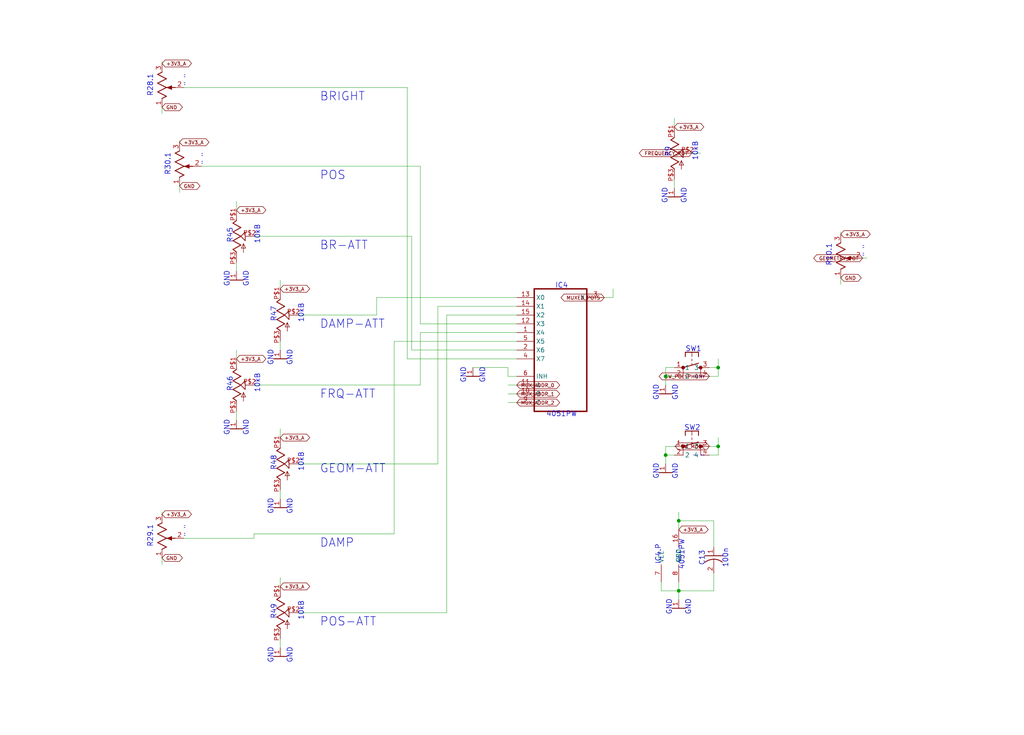
<source format=kicad_sch>
(kicad_sch (version 20231120) (generator "eeschema") (generator_version "8.0")
  (paper "User" 297.002 213.309)
  (lib_symbols
    (symbol "rangoon-eagle-import:4051PW"
      (symbol "4051PW_1_0"
        (polyline (pts (xy -7.62 -17.78) (xy 7.62 -17.78)) (stroke (width 0.406)))
        (polyline (pts (xy -7.62 17.78) (xy -7.62 -17.78)) (stroke (width 0.406)))
        (polyline (pts (xy 7.62 -17.78) (xy 7.62 17.78)) (stroke (width 0.406)))
        (polyline (pts (xy 7.62 17.78) (xy -7.62 17.78)) (stroke (width 0.406)))
        (pin bidirectional line (at -12.7 5.08 0) (length 5.08) (name "X4") (number "1"))
        (pin input line (at -12.7 -12.7 0) (length 5.08) (name "B") (number "10"))
        (pin input line (at -12.7 -10.16 0) (length 5.08) (name "A") (number "11"))
        (pin bidirectional line (at -12.7 7.62 0) (length 5.08) (name "X3") (number "12"))
        (pin bidirectional line (at -12.7 15.24 0) (length 5.08) (name "X0") (number "13"))
        (pin bidirectional line (at -12.7 12.7 0) (length 5.08) (name "X1") (number "14"))
        (pin bidirectional line (at -12.7 10.16 0) (length 5.08) (name "X2") (number "15"))
        (pin bidirectional line (at -12.7 0 0) (length 5.08) (name "X6") (number "2"))
        (pin bidirectional line (at 12.7 15.24 180) (length 5.08) (name "X") (number "3"))
        (pin bidirectional line (at -12.7 -2.54 0) (length 5.08) (name "X7") (number "4"))
        (pin bidirectional line (at -12.7 2.54 0) (length 5.08) (name "X5") (number "5"))
        (pin input line (at -12.7 -7.62 0) (length 5.08) (name "INH") (number "6"))
        (pin input line (at -12.7 -15.24 0) (length 5.08) (name "C") (number "9"))
      )
      (symbol "4051PW_2_0"
        (pin power_in line (at 2.54 7.62 270) (length 5.08) (name "VCC") (number "16"))
        (pin power_in line (at -2.54 -7.62 90) (length 5.08) (name "VEE") (number "7"))
        (pin power_in line (at 2.54 -7.62 90) (length 5.08) (name "GND") (number "8"))
      )
    )
    (symbol "rangoon-eagle-import:BOURNS_PTL_LED_SLIDE_POT"
      (symbol "BOURNS_PTL_LED_SLIDE_POT_1_0"
        (polyline (pts (xy -3.175 0) (xy -2.54 -1.27)) (stroke (width 0.25)))
        (polyline (pts (xy -2.54 -1.27) (xy -1.27 1.27)) (stroke (width 0.25)))
        (polyline (pts (xy -1.27 1.27) (xy 0 -1.27)) (stroke (width 0.25)))
        (polyline (pts (xy 0 -3.81) (xy 0 -1.27)) (stroke (width 0.25)))
        (polyline (pts (xy 0 -1.27) (xy 1.27 1.27)) (stroke (width 0.25)))
        (polyline (pts (xy 1.27 1.27) (xy 2.54 -1.27)) (stroke (width 0.25)))
        (polyline (pts (xy 2.54 -1.27) (xy 3.81 1.27)) (stroke (width 0.25)))
        (polyline (pts (xy 3.81 1.27) (xy 4.445 0)) (stroke (width 0.25)))
        (polyline (pts (xy 0 -1.27) (xy -0.635 -2.857) (xy 0.635 -2.857)) (stroke (width 0.002)) (fill (type outline)))
        (pin passive line (at -5.715 0 0) (length 2.54) (name "CCW") (number "1"))
        (pin passive line (at 0 -6.35 90) (length 2.54) (name "W") (number "2"))
        (pin passive line (at 6.985 0 180) (length 2.54) (name "CW") (number "3"))
      )
      (symbol "BOURNS_PTL_LED_SLIDE_POT_2_0"
        (polyline (pts (xy -2.54 -0.006) (xy -3.81 -0.006)) (stroke (width 0.25)))
        (polyline (pts (xy -2.381 0.073) (xy -2.334 0.552)) (stroke (width 0.25)))
        (polyline (pts (xy -2.334 -0.406) (xy -2.381 0.073)) (stroke (width 0.25)))
        (polyline (pts (xy -2.334 0.552) (xy -2.196 1.009)) (stroke (width 0.25)))
        (polyline (pts (xy -2.196 -0.863) (xy -2.334 -0.406)) (stroke (width 0.25)))
        (polyline (pts (xy -2.196 1.009) (xy -1.972 1.426)) (stroke (width 0.25)))
        (polyline (pts (xy -1.972 -1.28) (xy -2.196 -0.863)) (stroke (width 0.25)))
        (polyline (pts (xy -1.972 1.426) (xy -1.672 1.784)) (stroke (width 0.25)))
        (polyline (pts (xy -1.672 -1.638) (xy -1.972 -1.28)) (stroke (width 0.25)))
        (polyline (pts (xy -1.672 1.784) (xy -1.31 2.067)) (stroke (width 0.25)))
        (polyline (pts (xy -1.588 -1.276) (xy 1.111 -0.006)) (stroke (width 0.25)))
        (polyline (pts (xy -1.588 1.264) (xy -1.588 -1.276)) (stroke (width 0.25)))
        (polyline (pts (xy -1.31 -1.92) (xy -1.672 -1.638)) (stroke (width 0.25)))
        (polyline (pts (xy -1.31 2.067) (xy -0.9 2.262)) (stroke (width 0.25)))
        (polyline (pts (xy -1.27 3.327) (xy -0.832 4.057)) (stroke (width 0.25)))
        (polyline (pts (xy -0.9 -2.116) (xy -1.31 -1.92)) (stroke (width 0.25)))
        (polyline (pts (xy -0.9 2.262) (xy -0.462 2.362)) (stroke (width 0.25)))
        (polyline (pts (xy -0.462 -2.216) (xy -0.9 -2.116)) (stroke (width 0.25)))
        (polyline (pts (xy -0.462 2.362) (xy -0.014 2.362)) (stroke (width 0.25)))
        (polyline (pts (xy -0.014 -2.216) (xy -0.462 -2.216)) (stroke (width 0.25)))
        (polyline (pts (xy -0.014 2.362) (xy 0.424 2.262)) (stroke (width 0.25)))
        (polyline (pts (xy 0.424 -2.116) (xy -0.014 -2.216)) (stroke (width 0.25)))
        (polyline (pts (xy 0.424 2.262) (xy 0.833 2.067)) (stroke (width 0.25)))
        (polyline (pts (xy 0.476 3.486) (xy 0.74 3.908)) (stroke (width 0.25)))
        (polyline (pts (xy 0.833 -1.92) (xy 0.424 -2.116)) (stroke (width 0.25)))
        (polyline (pts (xy 0.833 2.067) (xy 1.196 1.784)) (stroke (width 0.25)))
        (polyline (pts (xy 0.952 1.422) (xy 0.952 -1.435)) (stroke (width 0.25)))
        (polyline (pts (xy 1.111 -0.006) (xy -1.429 1.264)) (stroke (width 0.25)))
        (polyline (pts (xy 1.196 -1.638) (xy 0.833 -1.92)) (stroke (width 0.25)))
        (polyline (pts (xy 1.196 1.784) (xy 1.496 1.426)) (stroke (width 0.25)))
        (polyline (pts (xy 1.496 -1.28) (xy 1.196 -1.638)) (stroke (width 0.25)))
        (polyline (pts (xy 1.496 1.426) (xy 1.72 1.009)) (stroke (width 0.25)))
        (polyline (pts (xy 1.72 -0.863) (xy 1.496 -1.28)) (stroke (width 0.25)))
        (polyline (pts (xy 1.72 1.009) (xy 1.858 0.552)) (stroke (width 0.25)))
        (polyline (pts (xy 1.858 -0.406) (xy 1.72 -0.863)) (stroke (width 0.25)))
        (polyline (pts (xy 1.858 0.552) (xy 1.905 0.073)) (stroke (width 0.25)))
        (polyline (pts (xy 1.905 -0.006) (xy 3.651 -0.006)) (stroke (width 0.25)))
        (polyline (pts (xy 1.905 0.073) (xy 1.858 -0.406)) (stroke (width 0.25)))
        (polyline (pts (xy -0.317 4.915) (xy -1.046 4.186) (xy -0.618 3.929)) (stroke (width 0.002)) (fill (type outline)))
        (polyline (pts (xy 1.27 4.756) (xy 0.528 4.041) (xy 0.952 3.776)) (stroke (width 0.002)) (fill (type outline)))
        (pin power_in line (at -6.668 -0.006 0) (length 2.54) (name "gnd@1") (number "5"))
        (pin power_in line (at 6.35 -0.006 180) (length 2.54) (name "gnd@2") (number "6"))
      )
    )
    (symbol "rangoon-eagle-import:C-USC0603_3"
      (symbol "C-USC0603_3_1_0"
        (polyline (pts (xy -2.54 1.27) (xy 2.54 1.27)) (stroke (width 0.254)))
        (polyline (pts (xy 0 0.254) (xy 0 -1.27)) (stroke (width 0.152)))
        (arc (start 0 0.254) (mid -1.3021 0.0399) (end -2.467 -0.58) (stroke (width 0.254)))
        (arc (start 2.489 -0.584) (mid 1.3157 0.0506) (end 0 0.2701) (stroke (width 0.254)))
        (pin passive line (at 0 3.81 270) (length 2.54) (name "1") (number "1"))
        (pin passive line (at 0 -3.81 90) (length 2.54) (name "2") (number "2"))
      )
    )
    (symbol "rangoon-eagle-import:GND" (power)
      (symbol "GND_1_0"
        (polyline (pts (xy -1.905 0) (xy 1.905 0)) (stroke (width 0.254)))
        (pin power_in line (at 0 2.54 270) (length 2.54) (name "GND") (number "1"))
      )
    )
    (symbol "rangoon-eagle-import:POT_USVERTICAL"
      (symbol "POT_USVERTICAL_1_0"
        (polyline (pts (xy -1.841 -3.81) (xy 0.444 -2.54)) (stroke (width 0.254)))
        (polyline (pts (xy -1.841 -1.27) (xy 0.444 0)) (stroke (width 0.254)))
        (polyline (pts (xy -1.841 1.27) (xy 0.444 2.54)) (stroke (width 0.254)))
        (polyline (pts (xy -1.841 3.81) (xy -0.826 4.572)) (stroke (width 0.254)))
        (polyline (pts (xy -0.826 -5.08) (xy -0.826 -4.572)) (stroke (width 0.152)))
        (polyline (pts (xy -0.826 -4.572) (xy -1.841 -3.81)) (stroke (width 0.254)))
        (polyline (pts (xy -0.826 4.572) (xy -0.826 5.08)) (stroke (width 0.152)))
        (polyline (pts (xy 0.444 -2.54) (xy -1.841 -1.27)) (stroke (width 0.254)))
        (polyline (pts (xy 0.444 0) (xy -1.841 1.27)) (stroke (width 0.254)))
        (polyline (pts (xy 0.444 0) (xy 1.715 1.27)) (stroke (width 0.203)))
        (polyline (pts (xy 0.444 2.54) (xy -1.841 3.81)) (stroke (width 0.254)))
        (polyline (pts (xy 0.572 -3.429) (xy 1.207 -2.159)) (stroke (width 0.152)))
        (polyline (pts (xy 1.207 -4.699) (xy 1.207 -2.159)) (stroke (width 0.152)))
        (polyline (pts (xy 1.207 -2.159) (xy 1.841 -3.429)) (stroke (width 0.152)))
        (polyline (pts (xy 1.715 -1.27) (xy 0.444 0)) (stroke (width 0.203)))
        (polyline (pts (xy 1.715 1.27) (xy 1.715 -1.27)) (stroke (width 0.203)))
        (polyline (pts (xy 1.841 -3.429) (xy 0.572 -3.429)) (stroke (width 0.152)))
        (pin passive line (at -0.826 7.62 270) (length 2.54) (name "E") (number "P$1"))
        (pin passive line (at 4.255 0 180) (length 2.54) (name "S") (number "P$2"))
        (pin passive line (at -0.826 -7.62 90) (length 2.54) (name "A") (number "P$3"))
      )
    )
    (symbol "rangoon-eagle-import:POT_USVERTICAL_PS"
      (symbol "POT_USVERTICAL_PS_1_0"
        (polyline (pts (xy -1.841 -3.81) (xy 0.444 -2.54)) (stroke (width 0.254)))
        (polyline (pts (xy -1.841 -1.27) (xy 0.444 0)) (stroke (width 0.254)))
        (polyline (pts (xy -1.841 1.27) (xy 0.444 2.54)) (stroke (width 0.254)))
        (polyline (pts (xy -1.841 3.81) (xy -0.826 4.572)) (stroke (width 0.254)))
        (polyline (pts (xy -0.826 -5.08) (xy -0.826 -4.572)) (stroke (width 0.152)))
        (polyline (pts (xy -0.826 -4.572) (xy -1.841 -3.81)) (stroke (width 0.254)))
        (polyline (pts (xy -0.826 4.572) (xy -0.826 5.08)) (stroke (width 0.152)))
        (polyline (pts (xy 0.444 -2.54) (xy -1.841 -1.27)) (stroke (width 0.254)))
        (polyline (pts (xy 0.444 0) (xy -1.841 1.27)) (stroke (width 0.254)))
        (polyline (pts (xy 0.444 0) (xy 1.715 1.27)) (stroke (width 0.203)))
        (polyline (pts (xy 0.444 2.54) (xy -1.841 3.81)) (stroke (width 0.254)))
        (polyline (pts (xy 0.572 -3.429) (xy 1.207 -2.159)) (stroke (width 0.152)))
        (polyline (pts (xy 1.207 -4.699) (xy 1.207 -2.159)) (stroke (width 0.152)))
        (polyline (pts (xy 1.207 -2.159) (xy 1.841 -3.429)) (stroke (width 0.152)))
        (polyline (pts (xy 1.715 -1.27) (xy 0.444 0)) (stroke (width 0.203)))
        (polyline (pts (xy 1.715 1.27) (xy 1.715 -1.27)) (stroke (width 0.203)))
        (polyline (pts (xy 1.841 -3.429) (xy 0.572 -3.429)) (stroke (width 0.152)))
        (pin passive line (at -0.826 7.62 270) (length 2.54) (name "E") (number "P$1"))
        (pin passive line (at 4.255 0 180) (length 2.54) (name "S") (number "P$2"))
        (pin passive line (at -0.826 -7.62 90) (length 2.54) (name "A") (number "P$3"))
      )
    )
    (symbol "rangoon-eagle-import:TAC_SWITCHPTH"
      (symbol "TAC_SWITCHPTH_1_0"
        (circle (center -2.54 -0.953) (radius 0.127) (stroke (width 0.406)))
        (polyline (pts (xy -2.54 -3.492) (xy -2.54 -0.952)) (stroke (width 0.152)))
        (polyline (pts (xy -2.54 -0.952) (xy 1.905 0.317)) (stroke (width 0.254)))
        (polyline (pts (xy -1.905 3.492) (xy -1.905 2.222)) (stroke (width 0.254)))
        (polyline (pts (xy 0 0.317) (xy 0 -0.317)) (stroke (width 0.152)))
        (polyline (pts (xy 0 1.587) (xy 0 0.952)) (stroke (width 0.152)))
        (polyline (pts (xy 0 3.492) (xy -1.905 3.492)) (stroke (width 0.254)))
        (polyline (pts (xy 0 3.492) (xy 0 2.222)) (stroke (width 0.152)))
        (polyline (pts (xy 1.905 -0.952) (xy 2.54 -0.952)) (stroke (width 0.254)))
        (polyline (pts (xy 1.905 3.492) (xy 0 3.492)) (stroke (width 0.254)))
        (polyline (pts (xy 1.905 3.492) (xy 1.905 2.222)) (stroke (width 0.254)))
        (polyline (pts (xy 2.54 -3.492) (xy 2.54 -0.952)) (stroke (width 0.152)))
        (circle (center 2.54 -0.953) (radius 0.127) (stroke (width 0.406)))
        (pin passive line (at -5.08 -0.952 0) (length 2.54) (name "1") (number "1"))
        (pin passive line (at -5.08 -3.492 0) (length 2.54) (name "2") (number "2"))
        (pin passive line (at 5.08 -0.952 180) (length 2.54) (name "3") (number "3"))
        (pin passive line (at 5.08 -3.492 180) (length 2.54) (name "4") (number "4"))
      )
    )
  )
  (junction (at 193.04 109.22))
  (junction (at 208.28 129.54))
  (junction (at 196.85 171.45))
  (junction (at 196.85 151.13))
  (junction (at 208.28 106.68))
  (junction (at 193.04 132.08))
  (wire (pts (xy 200.66 44.45) (xy 203.2 44.45)) (stroke (width 0.1)))
  (wire (pts (xy 149.86 86.36) (xy 109.22 86.36)) (stroke (width 0.1)))
  (wire (pts (xy 196.85 151.13) (xy 207.01 151.13)) (stroke (width 0.1)))
  (wire (pts (xy 109.22 91.44) (xy 86.36 91.44)) (stroke (width 0.1)))
  (wire (pts (xy 207.01 151.13) (xy 207.01 158.75)) (stroke (width 0.1)))
  (wire (pts (xy 196.85 171.45) (xy 207.01 171.45)) (stroke (width 0.1)))
  (wire (pts (xy 205.74 129.54) (xy 208.28 129.54)) (stroke (width 0.1)))
  (wire (pts (xy 119.38 101.6) (xy 149.86 101.6)) (stroke (width 0.1)))
  (wire (pts (xy 243.84 67.945) (xy 243.84 67.31)) (stroke (width 0.1)))
  (wire (pts (xy 121.92 93.98) (xy 149.86 93.98)) (stroke (width 0.1)))
  (wire (pts (xy 149.86 114.3) (xy 147.32 114.3)) (stroke (width 0.1)))
  (wire (pts (xy 68.58 104.14) (xy 68.58 101.6)) (stroke (width 0.1)))
  (wire (pts (xy 191.77 168.91) (xy 191.77 171.45)) (stroke (width 0.1)))
  (wire (pts (xy 208.28 129.54) (xy 208.28 127)) (stroke (width 0.1)))
  (wire (pts (xy 193.04 132.08) (xy 193.04 134.62)) (stroke (width 0.1)))
  (wire (pts (xy 119.38 68.58) (xy 119.38 101.6)) (stroke (width 0.1)))
  (wire (pts (xy 52.07 53.975) (xy 52.07 55.88)) (stroke (width 0.1)))
  (wire (pts (xy 127 134.62) (xy 127 88.9)) (stroke (width 0.1)))
  (wire (pts (xy 114.3 154.94) (xy 114.3 99.06)) (stroke (width 0.1)))
  (wire (pts (xy 205.74 109.22) (xy 208.28 109.22)) (stroke (width 0.1)))
  (wire (pts (xy 195.58 36.83) (xy 195.58 34.29)) (stroke (width 0.1)))
  (wire (pts (xy 243.84 80.645) (xy 243.84 82.55)) (stroke (width 0.1)))
  (wire (pts (xy 52.07 41.275) (xy 52.07 40.64)) (stroke (width 0.1)))
  (wire (pts (xy 195.58 109.22) (xy 193.04 109.22)) (stroke (width 0.1)))
  (wire (pts (xy 175.26 86.36) (xy 177.8 86.36)) (stroke (width 0.1)))
  (wire (pts (xy 81.28 99.06) (xy 81.28 101.6)) (stroke (width 0.1)))
  (wire (pts (xy 129.54 91.44) (xy 149.86 91.44)) (stroke (width 0.1)))
  (wire (pts (xy 196.85 171.45) (xy 196.85 168.91)) (stroke (width 0.1)))
  (wire (pts (xy 114.3 99.06) (xy 149.86 99.06)) (stroke (width 0.1)))
  (wire (pts (xy 196.85 151.13) (xy 196.85 148.59)) (stroke (width 0.1)))
  (wire (pts (xy 129.54 177.8) (xy 129.54 91.44)) (stroke (width 0.1)))
  (wire (pts (xy 149.86 111.76) (xy 147.32 111.76)) (stroke (width 0.1)))
  (wire (pts (xy 195.58 52.07) (xy 195.58 54.61)) (stroke (width 0.1)))
  (wire (pts (xy 68.58 60.96) (xy 68.58 58.42)) (stroke (width 0.1)))
  (wire (pts (xy 149.86 116.84) (xy 147.32 116.84)) (stroke (width 0.1)))
  (wire (pts (xy 46.99 18.415) (xy 46.99 17.78)) (stroke (width 0.1)))
  (wire (pts (xy 147.32 109.22) (xy 147.32 106.68)) (stroke (width 0.1)))
  (wire (pts (xy 250.19 74.93) (xy 251.46 74.93)) (stroke (width 0.1)))
  (wire (pts (xy 149.86 109.22) (xy 147.32 109.22)) (stroke (width 0.1)))
  (wire (pts (xy 86.36 177.8) (xy 129.54 177.8)) (stroke (width 0.1)))
  (wire (pts (xy 46.99 31.115) (xy 46.99 33.02)) (stroke (width 0.1)))
  (wire (pts (xy 46.99 149.225) (xy 46.99 148.59)) (stroke (width 0.1)))
  (wire (pts (xy 195.58 132.08) (xy 193.04 132.08)) (stroke (width 0.1)))
  (wire (pts (xy 193.04 129.54) (xy 193.04 132.08)) (stroke (width 0.1)))
  (wire (pts (xy 205.74 106.68) (xy 208.28 106.68)) (stroke (width 0.1)))
  (wire (pts (xy 81.28 185.42) (xy 81.28 187.96)) (stroke (width 0.1)))
  (wire (pts (xy 195.58 129.54) (xy 193.04 129.54)) (stroke (width 0.1)))
  (wire (pts (xy 46.99 161.925) (xy 46.99 163.83)) (stroke (width 0.1)))
  (wire (pts (xy 81.28 127) (xy 81.28 124.46)) (stroke (width 0.1)))
  (wire (pts (xy 195.58 106.68) (xy 193.04 106.68)) (stroke (width 0.1)))
  (wire (pts (xy 205.74 132.08) (xy 208.28 132.08)) (stroke (width 0.1)))
  (wire (pts (xy 53.34 25.4) (xy 118.11 25.4)) (stroke (width 0.1)))
  (wire (pts (xy 207.01 171.45) (xy 207.01 166.37)) (stroke (width 0.1)))
  (wire (pts (xy 73.66 156.21) (xy 73.66 154.94)) (stroke (width 0.1)))
  (wire (pts (xy 81.28 83.82) (xy 81.28 81.28)) (stroke (width 0.1)))
  (wire (pts (xy 196.85 173.99) (xy 196.85 171.45)) (stroke (width 0.1)))
  (wire (pts (xy 121.92 48.26) (xy 121.92 93.98)) (stroke (width 0.1)))
  (wire (pts (xy 193.04 109.22) (xy 193.04 111.76)) (stroke (width 0.1)))
  (wire (pts (xy 177.8 86.36) (xy 177.8 83.82)) (stroke (width 0.1)))
  (wire (pts (xy 208.28 109.22) (xy 208.28 106.68)) (stroke (width 0.1)))
  (wire (pts (xy 127 88.9) (xy 149.86 88.9)) (stroke (width 0.1)))
  (wire (pts (xy 73.66 68.58) (xy 119.38 68.58)) (stroke (width 0.1)))
  (wire (pts (xy 68.58 119.38) (xy 68.58 121.92)) (stroke (width 0.1)))
  (wire (pts (xy 81.28 142.24) (xy 81.28 144.78)) (stroke (width 0.1)))
  (wire (pts (xy 109.22 86.36) (xy 109.22 91.44)) (stroke (width 0.1)))
  (wire (pts (xy 73.66 111.76) (xy 121.92 111.76)) (stroke (width 0.1)))
  (wire (pts (xy 68.58 76.2) (xy 68.58 78.74)) (stroke (width 0.1)))
  (wire (pts (xy 196.85 153.67) (xy 196.85 151.13)) (stroke (width 0.1)))
  (wire (pts (xy 191.77 171.45) (xy 196.85 171.45)) (stroke (width 0.1)))
  (wire (pts (xy 58.42 48.26) (xy 121.92 48.26)) (stroke (width 0.1)))
  (wire (pts (xy 118.11 25.4) (xy 118.11 104.14)) (stroke (width 0.1)))
  (wire (pts (xy 208.28 132.08) (xy 208.28 129.54)) (stroke (width 0.1)))
  (wire (pts (xy 193.04 106.68) (xy 193.04 109.22)) (stroke (width 0.1)))
  (wire (pts (xy 121.92 111.76) (xy 121.92 96.52)) (stroke (width 0.1)))
  (wire (pts (xy 86.36 134.62) (xy 127 134.62)) (stroke (width 0.1)))
  (wire (pts (xy 81.28 170.18) (xy 81.28 167.64)) (stroke (width 0.1)))
  (wire (pts (xy 147.32 106.68) (xy 137.16 106.68)) (stroke (width 0.1)))
  (wire (pts (xy 121.92 96.52) (xy 149.86 96.52)) (stroke (width 0.1)))
  (wire (pts (xy 73.66 154.94) (xy 114.3 154.94)) (stroke (width 0.1)))
  (wire (pts (xy 118.11 104.14) (xy 149.86 104.14)) (stroke (width 0.1)))
  (wire (pts (xy 208.28 106.68) (xy 208.28 104.14)) (stroke (width 0.1)))
  (wire (pts (xy 53.34 156.21) (xy 73.66 156.21)) (stroke (width 0.1)))
  (text "R29.1" (at 44.45 158.902 90) (effects (font (size 1.48 1.48)) (justify left bottom)))
  (text "GND" (at 191.135 139.198 90) (effects (font (size 1.48 1.48)) (justify left bottom)))
  (text "GND" (at 70.485 126.498 90) (effects (font (size 1.48 1.48)) (justify left top)))
  (text "4051PW" (at 196.85 165.457 90) (effects (font (size 1.48 1.48)) (justify left top)))
  (text "R48" (at 80.264 136.657 90) (effects (font (size 1.48 1.48)) (justify left bottom)))
  (text "GND" (at 193.675 59.188 90) (effects (font (size 1.48 1.48)) (justify left bottom)))
  (text "GND" (at 191.135 116.338 90) (effects (font (size 1.48 1.48)) (justify left bottom)))
  (text "GND" (at 194.945 178.568 90) (effects (font (size 1.48 1.48)) (justify left bottom)))
  (text "10kB" (at 86.487 136.93 90) (effects (font (size 1.48 1.48)) (justify left top)))
  (text "GND" (at 79.375 149.358 90) (effects (font (size 1.48 1.48)) (justify left bottom)))
  (text "\" \"" (at 200.895 109.22 0) (effects (font (size 1.48 1.48)) (justify left top)))
  (text "10kB" (at 73.787 70.89 90) (effects (font (size 1.48 1.48)) (justify left top)))
  (text "GND" (at 79.375 106.178 90) (effects (font (size 1.48 1.48)) (justify left bottom)))
  (text "GND" (at 135.255 111.258 90) (effects (font (size 1.48 1.48)) (justify left bottom)))
  (text "GND" (at 70.485 83.318 90) (effects (font (size 1.48 1.48)) (justify left top)))
  (text "R9" (at 194.564 45.67 90) (effects (font (size 1.48 1.48)) (justify left bottom)))
  (text "10kB" (at 86.487 180.11 90) (effects (font (size 1.48 1.48)) (justify left top)))
  (text "C13" (at 204.47 164.27 90) (effects (font (size 1.48 1.48)) (justify left bottom)))
  (text "R47" (at 80.264 93.478 90) (effects (font (size 1.48 1.48)) (justify left bottom)))
  (text "\" \"" (at 200.895 132.08 0) (effects (font (size 1.48 1.48)) (justify left top)))
  (text "\" \"" (at 250.19 74.695 90) (effects (font (size 1.48 1.48)) (justify left top)))
  (text "4051PW" (at 158.393 119.38 0) (effects (font (size 1.48 1.48)) (justify left top)))
  (text "10kB" (at 73.787 114.07 90) (effects (font (size 1.48 1.48)) (justify left top)))
  (text "10kB" (at 86.487 93.75 90) (effects (font (size 1.48 1.48)) (justify left top)))
  (text "IC4" (at 160.996 83.82 0) (effects (font (size 1.48 1.48)) (justify left bottom)))
  (text "R28.1" (at 44.45 28.128 90) (effects (font (size 1.48 1.48)) (justify left bottom)))
  (text "GND" (at 194.945 116.338 90) (effects (font (size 1.48 1.48)) (justify left top)))
  (text "POS-ATT" (at 92.71 179.07 0) (effects (font (size 2.467 2.467)) (justify left top)))
  (text "GND" (at 66.675 126.498 90) (effects (font (size 1.48 1.48)) (justify left bottom)))
  (text "\" \"" (at 53.34 155.975 90) (effects (font (size 1.48 1.48)) (justify left top)))
  (text "GND" (at 198.755 178.568 90) (effects (font (size 1.48 1.48)) (justify left top)))
  (text "IC4.P" (at 191.77 163.908 90) (effects (font (size 1.48 1.48)) (justify left bottom)))
  (text "GND" (at 197.485 59.188 90) (effects (font (size 1.48 1.48)) (justify left top)))
  (text "10kB" (at 200.787 46.76 90) (effects (font (size 1.48 1.48)) (justify left top)))
  (text "GND" (at 194.945 139.198 90) (effects (font (size 1.48 1.48)) (justify left top)))
  (text "FRQ-ATT" (at 92.71 113.03 0) (effects (font (size 2.467 2.467)) (justify left top)))
  (text "GND" (at 83.185 192.538 90) (effects (font (size 1.48 1.48)) (justify left top)))
  (text "POS" (at 92.71 49.53 0) (effects (font (size 2.467 2.467)) (justify left top)))
  (text "SW2" (at 198.439 125.095 0) (effects (font (size 1.48 1.48)) (justify left bottom)))
  (text "R10.1" (at 241.3 77.331 90) (effects (font (size 1.48 1.48)) (justify left bottom)))
  (text "\" \"" (at 53.34 25.165 90) (effects (font (size 1.48 1.48)) (justify left top)))
  (text "R49" (at 80.264 179.802 90) (effects (font (size 1.48 1.48)) (justify left bottom)))
  (text "\" \"" (at 58.42 48.025 90) (effects (font (size 1.48 1.48)) (justify left top)))
  (text "GND" (at 66.675 83.318 90) (effects (font (size 1.48 1.48)) (justify left bottom)))
  (text "SW1" (at 198.767 102.235 0) (effects (font (size 1.48 1.48)) (justify left bottom)))
  (text "100n" (at 209.55 164.87 90) (effects (font (size 1.48 1.48)) (justify left top)))
  (text "DAMP-ATT" (at 92.71 92.71 0) (effects (font (size 2.467 2.467)) (justify left top)))
  (text "BR-ATT" (at 92.71 69.85 0) (effects (font (size 2.467 2.467)) (justify left top)))
  (text "BRIGHT" (at 92.71 26.67 0) (effects (font (size 2.467 2.467)) (justify left top)))
  (text "R30.1" (at 49.53 50.989 90) (effects (font (size 1.48 1.48)) (justify left bottom)))
  (text "GEOM-ATT" (at 92.71 134.62 0) (effects (font (size 2.467 2.467)) (justify left top)))
  (text "GND" (at 83.185 106.178 90) (effects (font (size 1.48 1.48)) (justify left top)))
  (text "DAMP" (at 92.71 156.21 0) (effects (font (size 2.467 2.467)) (justify left top)))
  (text "R45" (at 67.564 70.618 90) (effects (font (size 1.48 1.48)) (justify left bottom)))
  (text "GND" (at 79.375 192.538 90) (effects (font (size 1.48 1.48)) (justify left bottom)))
  (text "GND" (at 139.065 111.258 90) (effects (font (size 1.48 1.48)) (justify left top)))
  (text "R46" (at 67.564 113.761 90) (effects (font (size 1.48 1.48)) (justify left bottom)))
  (text "GND" (at 83.185 149.358 90) (effects (font (size 1.48 1.48)) (justify left top)))
  (global_label "MUX_ADDR_1" (shape bidirectional) (at 149.86 114.3 0) (effects (font (size 1.016 1.016))) (property "Intersheetrefs" "${INTERSHEET_REFS}" (effects (hide yes))))
  (global_label "+3V3_A" (shape bidirectional) (at 68.58 60.96 0) (effects (font (size 1.016 1.016))) (property "Intersheetrefs" "${INTERSHEET_REFS}" (effects (hide yes))))
  (global_label "GND" (shape bidirectional) (at 243.84 80.645 0) (effects (font (size 1.016 1.016))) (property "Intersheetrefs" "${INTERSHEET_REFS}" (effects (hide yes))))
  (global_label "GEOMETRY_POT" (shape bidirectional) (at 250.19 74.93 180) (effects (font (size 1.016 1.016))) (property "Intersheetrefs" "${INTERSHEET_REFS}" (effects (hide yes))))
  (global_label "+3V3_A" (shape bidirectional) (at 243.84 67.945 0) (effects (font (size 1.016 1.016))) (property "Intersheetrefs" "${INTERSHEET_REFS}" (effects (hide yes))))
  (global_label "FREQUENCY_POT" (shape bidirectional) (at 200.66 44.45 180) (effects (font (size 1.016 1.016))) (property "Intersheetrefs" "${INTERSHEET_REFS}" (effects (hide yes))))
  (global_label "MUX_ADDR_2" (shape bidirectional) (at 149.86 116.84 0) (effects (font (size 1.016 1.016))) (property "Intersheetrefs" "${INTERSHEET_REFS}" (effects (hide yes))))
  (global_label "GND" (shape bidirectional) (at 46.99 161.925 0) (effects (font (size 1.016 1.016))) (property "Intersheetrefs" "${INTERSHEET_REFS}" (effects (hide yes))))
  (global_label "+3V3_A" (shape bidirectional) (at 81.28 127 0) (effects (font (size 1.016 1.016))) (property "Intersheetrefs" "${INTERSHEET_REFS}" (effects (hide yes))))
  (global_label "+3V3_A" (shape bidirectional) (at 81.28 83.82 0) (effects (font (size 1.016 1.016))) (property "Intersheetrefs" "${INTERSHEET_REFS}" (effects (hide yes))))
  (global_label "GND" (shape bidirectional) (at 52.07 53.975 0) (effects (font (size 1.016 1.016))) (property "Intersheetrefs" "${INTERSHEET_REFS}" (effects (hide yes))))
  (global_label "+3V3_A" (shape bidirectional) (at 81.28 170.18 0) (effects (font (size 1.016 1.016))) (property "Intersheetrefs" "${INTERSHEET_REFS}" (effects (hide yes))))
  (global_label "SW_MODE" (shape bidirectional) (at 205.74 129.54 180) (effects (font (size 1.016 1.016))) (property "Intersheetrefs" "${INTERSHEET_REFS}" (effects (hide yes))))
  (global_label "GND" (shape bidirectional) (at 46.99 31.115 0) (effects (font (size 1.016 1.016))) (property "Intersheetrefs" "${INTERSHEET_REFS}" (effects (hide yes))))
  (global_label "+3V3_A" (shape bidirectional) (at 196.85 153.67 0) (effects (font (size 1.016 1.016))) (property "Intersheetrefs" "${INTERSHEET_REFS}" (effects (hide yes))))
  (global_label "MUXED_POTS" (shape bidirectional) (at 175.26 86.36 180) (effects (font (size 1.016 1.016))) (property "Intersheetrefs" "${INTERSHEET_REFS}" (effects (hide yes))))
  (global_label "MUX_ADDR_0" (shape bidirectional) (at 149.86 111.76 0) (effects (font (size 1.016 1.016))) (property "Intersheetrefs" "${INTERSHEET_REFS}" (effects (hide yes))))
  (global_label "+3V3_A" (shape bidirectional) (at 46.99 149.225 0) (effects (font (size 1.016 1.016))) (property "Intersheetrefs" "${INTERSHEET_REFS}" (effects (hide yes))))
  (global_label "+3V3_A" (shape bidirectional) (at 68.58 104.14 0) (effects (font (size 1.016 1.016))) (property "Intersheetrefs" "${INTERSHEET_REFS}" (effects (hide yes))))
  (global_label "+3V3_A" (shape bidirectional) (at 52.07 41.275 0) (effects (font (size 1.016 1.016))) (property "Intersheetrefs" "${INTERSHEET_REFS}" (effects (hide yes))))
  (global_label "+3V3_A" (shape bidirectional) (at 195.58 36.83 0) (effects (font (size 1.016 1.016))) (property "Intersheetrefs" "${INTERSHEET_REFS}" (effects (hide yes))))
  (global_label "+3V3_A" (shape bidirectional) (at 46.99 18.415 0) (effects (font (size 1.016 1.016))) (property "Intersheetrefs" "${INTERSHEET_REFS}" (effects (hide yes))))
  (global_label "SW_POLYPHONY" (shape bidirectional) (at 205.74 109.22 180) (effects (font (size 1.016 1.016))) (property "Intersheetrefs" "${INTERSHEET_REFS}" (effects (hide yes))))
  (symbol (lib_id "rangoon-eagle-import:POT_USVERTICAL") (at 82.106 134.62 0) (unit 1)
    (property "Reference" "R48" (effects (hide yes)))
    (property "Value" "10kB" (effects (hide yes)))
    (property "Footprint" "rangoon:ALPS_POT_VERTICAL_PS" (effects (hide yes)))
  )
  (symbol (lib_id "rangoon-eagle-import:TAC_SWITCHPTH") (at 200.66 105.728 0) (unit 1)
    (property "Reference" "SW1" (effects (hide yes)))
    (property "Value" "TAC_SWITCHPTH" (effects (hide yes)))
    (property "Footprint" "rangoon:TACTILE-PTH" (effects (hide yes)))
  )
  (symbol (lib_id "rangoon-eagle-import:GND") (at 68.58 124.46 0) (unit 1)
    (property "Reference" "#GND3" (effects (hide yes)))
    (property "Value" "GND" (effects (hide yes)))
  )
  (symbol (lib_id "rangoon-eagle-import:GND") (at 193.04 137.16 0) (unit 1)
    (property "Reference" "#GND66" (effects (hide yes)))
    (property "Value" "GND" (effects (hide yes)))
  )
  (symbol (lib_id "rangoon-eagle-import:GND") (at 193.04 114.3 0) (unit 1)
    (property "Reference" "#GND12" (effects (hide yes)))
    (property "Value" "GND" (effects (hide yes)))
  )
  (symbol (lib_id "rangoon-eagle-import:POT_USVERTICAL") (at 69.405 68.58 0) (unit 1)
    (property "Reference" "R45" (effects (hide yes)))
    (property "Value" "10kB" (effects (hide yes)))
    (property "Footprint" "rangoon:ALPS_POT_VERTICAL_PS" (effects (hide yes)))
  )
  (symbol (lib_id "rangoon-eagle-import:GND") (at 81.28 147.32 0) (unit 1)
    (property "Reference" "#GND25" (effects (hide yes)))
    (property "Value" "GND" (effects (hide yes)))
  )
  (symbol (lib_id "rangoon-eagle-import:POT_USVERTICAL") (at 82.106 177.8 0) (unit 1)
    (property "Reference" "R49" (effects (hide yes)))
    (property "Value" "10kB" (effects (hide yes)))
    (property "Footprint" "rangoon:ALPS_POT_VERTICAL_PS" (effects (hide yes)))
  )
  (symbol (lib_id "rangoon-eagle-import:GND") (at 68.58 81.28 0) (unit 1)
    (property "Reference" "#GND60" (effects (hide yes)))
    (property "Value" "GND" (effects (hide yes)))
  )
  (symbol (lib_id "rangoon-eagle-import:GND") (at 137.16 109.22 0) (unit 1)
    (property "Reference" "#GND26" (effects (hide yes)))
    (property "Value" "GND" (effects (hide yes)))
  )
  (symbol (lib_id "rangoon-eagle-import:GND") (at 195.58 57.15 0) (unit 1)
    (property "Reference" "#GND10" (effects (hide yes)))
    (property "Value" "GND" (effects (hide yes)))
  )
  (symbol (lib_id "rangoon-eagle-import:4051PW") (at 162.56 101.6 0) (unit 1)
    (property "Reference" "IC4" (effects (hide yes)))
    (property "Value" "4051PW" (effects (hide yes)))
    (property "Footprint" "rangoon:TSSOP16" (effects (hide yes)))
  )
  (symbol (lib_id "rangoon-eagle-import:POT_USVERTICAL") (at 82.106 91.44 0) (unit 1)
    (property "Reference" "R47" (effects (hide yes)))
    (property "Value" "10kB" (effects (hide yes)))
    (property "Footprint" "rangoon:ALPS_POT_VERTICAL_PS" (effects (hide yes)))
  )
  (symbol (lib_id "rangoon-eagle-import:BOURNS_PTL_LED_SLIDE_POT") (at 243.84 74.93 90) (unit 1)
    (property "Reference" "R10" (effects (hide yes)))
    (property "Value" "BOURNS_PTL_LED_SLIDE_POT" (effects (hide yes)))
    (property "Footprint" "rangoon:BOURNS_PTL_30MM" (effects (hide yes)))
  )
  (symbol (lib_id "rangoon-eagle-import:GND") (at 81.28 190.5 0) (unit 1)
    (property "Reference" "#GND44" (effects (hide yes)))
    (property "Value" "GND" (effects (hide yes)))
  )
  (symbol (lib_id "rangoon-eagle-import:GND") (at 81.28 104.14 0) (unit 1)
    (property "Reference" "#GND14" (effects (hide yes)))
    (property "Value" "GND" (effects (hide yes)))
  )
  (symbol (lib_id "rangoon-eagle-import:GND") (at 196.85 176.53 0) (unit 1)
    (property "Reference" "#GND63" (effects (hide yes)))
    (property "Value" "GND" (effects (hide yes)))
  )
  (symbol (lib_id "rangoon-eagle-import:BOURNS_PTL_LED_SLIDE_POT") (at 46.99 156.21 90) (unit 1)
    (property "Reference" "R29" (effects (hide yes)))
    (property "Value" "BOURNS_PTL_LED_SLIDE_POT" (effects (hide yes)))
    (property "Footprint" "rangoon:BOURNS_PTL_30MM" (effects (hide yes)))
  )
  (symbol (lib_id "rangoon-eagle-import:C-USC0603_3") (at 207.01 162.56 0) (unit 1)
    (property "Reference" "C13" (effects (hide yes)))
    (property "Value" "100n" (effects (hide yes)))
    (property "Footprint" "rangoon:CAP_0603" (effects (hide yes)))
  )
  (symbol (lib_id "rangoon-eagle-import:BOURNS_PTL_LED_SLIDE_POT") (at 52.07 48.26 90) (unit 1)
    (property "Reference" "R30" (effects (hide yes)))
    (property "Value" "BOURNS_PTL_LED_SLIDE_POT" (effects (hide yes)))
    (property "Footprint" "rangoon:BOURNS_PTL_30MM" (effects (hide yes)))
  )
  (symbol (lib_id "rangoon-eagle-import:TAC_SWITCHPTH") (at 200.66 128.587 0) (unit 1)
    (property "Reference" "SW2" (effects (hide yes)))
    (property "Value" "TAC_SWITCHPTH" (effects (hide yes)))
    (property "Footprint" "rangoon:TACTILE-PTH" (effects (hide yes)))
  )
  (symbol (lib_id "rangoon-eagle-import:POT_USVERTICAL") (at 69.405 111.76 0) (unit 1)
    (property "Reference" "R46" (effects (hide yes)))
    (property "Value" "10kB" (effects (hide yes)))
    (property "Footprint" "rangoon:ALPS_POT_VERTICAL_PS" (effects (hide yes)))
  )
  (symbol (lib_id "rangoon-eagle-import:BOURNS_PTL_LED_SLIDE_POT") (at 46.99 25.4 90) (unit 1)
    (property "Reference" "R28" (effects (hide yes)))
    (property "Value" "BOURNS_PTL_LED_SLIDE_POT" (effects (hide yes)))
    (property "Footprint" "rangoon:BOURNS_PTL_30MM" (effects (hide yes)))
  )
  (symbol (lib_id "rangoon-eagle-import:4051PW") (at 194.31 161.29 0) (unit 2)
    (property "Reference" "IC4" (effects (hide yes)))
    (property "Value" "4051PW" (effects (hide yes)))
    (property "Footprint" "rangoon:TSSOP16" (effects (hide yes)))
  )
  (symbol (lib_id "rangoon-eagle-import:POT_USVERTICAL_PS") (at 196.405 44.45 0) (unit 1)
    (property "Reference" "R9" (effects (hide yes)))
    (property "Value" "10kB" (effects (hide yes)))
    (property "Footprint" "rangoon:ALPS_POT_VERTICAL_PS" (effects (hide yes)))
  )
)
</source>
